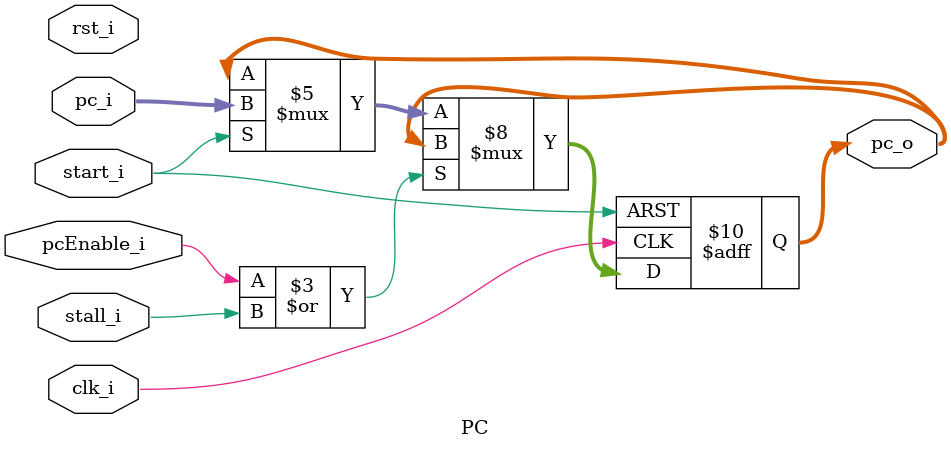
<source format=v>
module PC(
    clk_i,
    rst_i,
    start_i,
    pc_i,
    pc_o,
    pcEnable_i,
    stall_i
);

// Ports
input               clk_i;
input               rst_i;
input               start_i;
input               stall_i;
input   [31:0]      pc_i;
output  [31:0]      pc_o;
input               pcEnable_i;
// Wires & Registers
reg     [31:0]      tmp_pc_o;
reg     [31:0]      pc_o;


always@(posedge clk_i or negedge start_i) begin
    if(~start_i) begin
        //tmp_pc_o = 32'b0;
        pc_o <= 32'b0;
    end
    else begin
        if (pcEnable_i | stall_i)
            //tmp_pc_o = pc_o;
            pc_o <= pc_o;
        else if (start_i)
            //tmp_pc_o = pc_i;
            pc_o <= pc_i;
        else
            //tmp_pc_o = pc_o;
            pc_o <= pc_o;
    end

    //pc_o = tmp_pc_o;
end
//assign pc_o = tmp_pc_o;

endmodule

</source>
